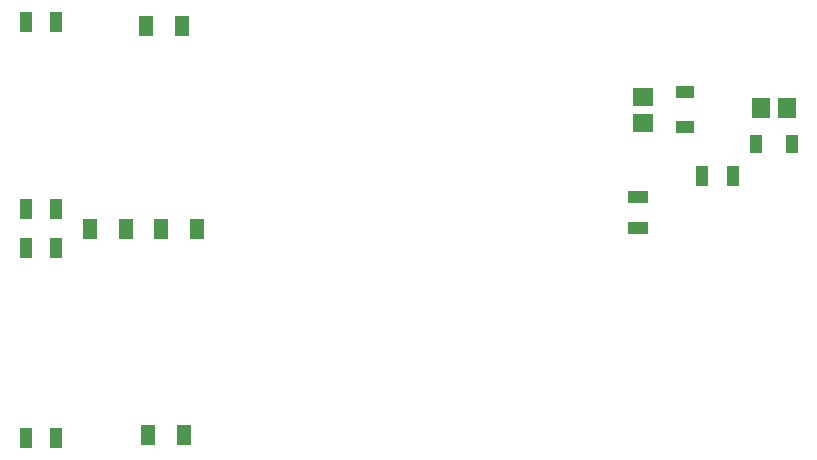
<source format=gtp>
G04*
G04 #@! TF.GenerationSoftware,Altium Limited,Altium Designer,23.5.1 (21)*
G04*
G04 Layer_Color=8421504*
%FSLAX44Y44*%
%MOMM*%
G71*
G04*
G04 #@! TF.SameCoordinates,17670BC2-17D3-42C6-95D3-1F8550388E7E*
G04*
G04*
G04 #@! TF.FilePolarity,Positive*
G04*
G01*
G75*
%ADD13R,1.2500X1.8000*%
%ADD14R,1.0500X1.8000*%
%ADD15R,1.6000X1.0000*%
%ADD16R,1.8062X1.6039*%
%ADD17R,1.0000X1.6000*%
%ADD18R,1.6039X1.8062*%
%ADD19R,1.1046X1.7062*%
%ADD20R,1.7062X1.1046*%
D13*
X220056Y483128D02*
D03*
X189556D02*
D03*
X142049Y311252D02*
D03*
X172549D02*
D03*
X221294Y136859D02*
D03*
X190794D02*
D03*
X202108Y311252D02*
D03*
X232608D02*
D03*
D14*
X87386Y486377D02*
D03*
X112886D02*
D03*
X87386Y328045D02*
D03*
X112886D02*
D03*
Y295161D02*
D03*
X87386D02*
D03*
X112886Y133609D02*
D03*
X87386D02*
D03*
D15*
X646000Y397000D02*
D03*
Y427000D02*
D03*
D16*
X610000Y400989D02*
D03*
Y423011D02*
D03*
D17*
X736000Y383000D02*
D03*
X706000D02*
D03*
D18*
X732000Y413000D02*
D03*
X709977D02*
D03*
D19*
X686016Y356000D02*
D03*
X660000D02*
D03*
D20*
X606000Y311992D02*
D03*
Y338008D02*
D03*
M02*

</source>
